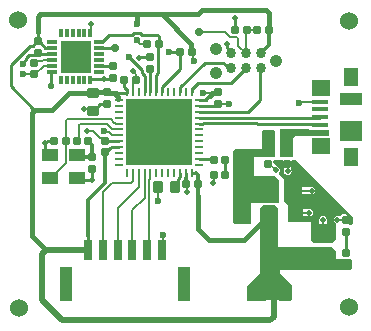
<source format=gbr>
%TF.GenerationSoftware,Altium Limited,Altium Designer,25.4.2 (15)*%
G04 Layer_Physical_Order=1*
G04 Layer_Color=255*
%FSLAX45Y45*%
%MOMM*%
%TF.SameCoordinates,67C836F6-C9C3-4B7B-B257-39D1A88473F1*%
%TF.FilePolarity,Positive*%
%TF.FileFunction,Copper,L1,Top,Signal*%
%TF.Part,Single*%
G01*
G75*
%TA.AperFunction,SMDPad,CuDef*%
%ADD10R,0.65000X1.70000*%
%ADD11R,1.00000X2.90000*%
%ADD12R,3.50000X1.25000*%
%ADD13R,1.25000X1.25000*%
%ADD14R,5.60000X5.60000*%
%ADD15O,0.25000X0.80000*%
%ADD16O,0.80000X0.25000*%
%TA.AperFunction,ConnectorPad*%
%ADD17R,1.38000X0.45000*%
%ADD18R,1.55000X1.42500*%
%ADD19R,1.90000X1.00000*%
%ADD20R,1.90000X1.80000*%
%ADD21R,1.30000X1.65000*%
%TA.AperFunction,SMDPad,CuDef*%
%ADD22R,2.60000X2.70000*%
%ADD23R,0.35000X0.80000*%
%ADD24R,0.85000X0.35000*%
G04:AMPARAMS|DCode=25|XSize=0.6mm|YSize=0.7mm|CornerRadius=0.075mm|HoleSize=0mm|Usage=FLASHONLY|Rotation=270.000|XOffset=0mm|YOffset=0mm|HoleType=Round|Shape=RoundedRectangle|*
%AMROUNDEDRECTD25*
21,1,0.60000,0.55000,0,0,270.0*
21,1,0.45000,0.70000,0,0,270.0*
1,1,0.15000,-0.27500,-0.22500*
1,1,0.15000,-0.27500,0.22500*
1,1,0.15000,0.27500,0.22500*
1,1,0.15000,0.27500,-0.22500*
%
%ADD25ROUNDEDRECTD25*%
G04:AMPARAMS|DCode=26|XSize=1.4mm|YSize=1.7mm|CornerRadius=0.175mm|HoleSize=0mm|Usage=FLASHONLY|Rotation=180.000|XOffset=0mm|YOffset=0mm|HoleType=Round|Shape=RoundedRectangle|*
%AMROUNDEDRECTD26*
21,1,1.40000,1.35000,0,0,180.0*
21,1,1.05000,1.70000,0,0,180.0*
1,1,0.35000,-0.52500,0.67500*
1,1,0.35000,0.52500,0.67500*
1,1,0.35000,0.52500,-0.67500*
1,1,0.35000,-0.52500,-0.67500*
%
%ADD26ROUNDEDRECTD26*%
G04:AMPARAMS|DCode=27|XSize=0.8mm|YSize=1mm|CornerRadius=0.1mm|HoleSize=0mm|Usage=FLASHONLY|Rotation=0.000|XOffset=0mm|YOffset=0mm|HoleType=Round|Shape=RoundedRectangle|*
%AMROUNDEDRECTD27*
21,1,0.80000,0.80000,0,0,0.0*
21,1,0.60000,1.00000,0,0,0.0*
1,1,0.20000,0.30000,-0.40000*
1,1,0.20000,-0.30000,-0.40000*
1,1,0.20000,-0.30000,0.40000*
1,1,0.20000,0.30000,0.40000*
%
%ADD27ROUNDEDRECTD27*%
G04:AMPARAMS|DCode=28|XSize=0.8mm|YSize=1mm|CornerRadius=0.1mm|HoleSize=0mm|Usage=FLASHONLY|Rotation=90.000|XOffset=0mm|YOffset=0mm|HoleType=Round|Shape=RoundedRectangle|*
%AMROUNDEDRECTD28*
21,1,0.80000,0.80000,0,0,90.0*
21,1,0.60000,1.00000,0,0,90.0*
1,1,0.20000,0.40000,0.30000*
1,1,0.20000,0.40000,-0.30000*
1,1,0.20000,-0.40000,-0.30000*
1,1,0.20000,-0.40000,0.30000*
%
%ADD28ROUNDEDRECTD28*%
G04:AMPARAMS|DCode=29|XSize=1.4mm|YSize=1.7mm|CornerRadius=0.175mm|HoleSize=0mm|Usage=FLASHONLY|Rotation=270.000|XOffset=0mm|YOffset=0mm|HoleType=Round|Shape=RoundedRectangle|*
%AMROUNDEDRECTD29*
21,1,1.40000,1.35000,0,0,270.0*
21,1,1.05000,1.70000,0,0,270.0*
1,1,0.35000,-0.67500,-0.52500*
1,1,0.35000,-0.67500,0.52500*
1,1,0.35000,0.67500,0.52500*
1,1,0.35000,0.67500,-0.52500*
%
%ADD29ROUNDEDRECTD29*%
G04:AMPARAMS|DCode=30|XSize=0.6mm|YSize=0.7mm|CornerRadius=0.075mm|HoleSize=0mm|Usage=FLASHONLY|Rotation=0.000|XOffset=0mm|YOffset=0mm|HoleType=Round|Shape=RoundedRectangle|*
%AMROUNDEDRECTD30*
21,1,0.60000,0.55000,0,0,0.0*
21,1,0.45000,0.70000,0,0,0.0*
1,1,0.15000,0.22500,-0.27500*
1,1,0.15000,-0.22500,-0.27500*
1,1,0.15000,-0.22500,0.27500*
1,1,0.15000,0.22500,0.27500*
%
%ADD30ROUNDEDRECTD30*%
%TA.AperFunction,BGAPad,CuDef*%
%ADD31C,0.86300*%
%TA.AperFunction,SMDPad,CuDef*%
G04:AMPARAMS|DCode=32|XSize=1.3mm|YSize=1.1mm|CornerRadius=0.055mm|HoleSize=0mm|Usage=FLASHONLY|Rotation=0.000|XOffset=0mm|YOffset=0mm|HoleType=Round|Shape=RoundedRectangle|*
%AMROUNDEDRECTD32*
21,1,1.30000,0.99000,0,0,0.0*
21,1,1.19000,1.10000,0,0,0.0*
1,1,0.11000,0.59500,-0.49500*
1,1,0.11000,-0.59500,-0.49500*
1,1,0.11000,-0.59500,0.49500*
1,1,0.11000,0.59500,0.49500*
%
%ADD32ROUNDEDRECTD32*%
%TA.AperFunction,Conductor*%
%ADD33C,0.40000*%
%ADD34C,0.20000*%
%ADD35C,0.25000*%
%ADD36C,0.50000*%
%ADD37C,0.30000*%
%ADD38C,0.26017*%
%TA.AperFunction,WasherPad*%
%ADD39C,1.52400*%
%TA.AperFunction,ComponentPad*%
%ADD40C,1.06700*%
%TA.AperFunction,ViaPad*%
%ADD41C,0.60000*%
%ADD42C,0.50000*%
%ADD43C,0.70000*%
%ADD44C,0.55000*%
G36*
X10920000Y7522500D02*
X11083000D01*
X11084560Y7520940D01*
Y7477760D01*
X11079300Y7472500D01*
X10920000D01*
Y7470140D01*
X10797540D01*
X10782300Y7454900D01*
Y7292340D01*
X10670540D01*
Y7528560D01*
X10920000D01*
Y7522500D01*
D02*
G37*
G36*
X11287500Y6787500D02*
Y6725000D01*
X11275000Y6712500D01*
X11252503D01*
X11247342Y6732500D01*
X11253431Y6736569D01*
X11260614Y6747319D01*
X11263136Y6760000D01*
X11260614Y6772681D01*
X11253431Y6783431D01*
X11238214Y6798648D01*
X11227464Y6805831D01*
X11214783Y6808353D01*
X11202102Y6805831D01*
X11191352Y6798648D01*
X11186511Y6791401D01*
X11160608D01*
X11156518Y6792215D01*
X11144812Y6789887D01*
X11134889Y6783256D01*
X11128258Y6773333D01*
X11125930Y6761627D01*
X11128258Y6749922D01*
X11134889Y6739998D01*
X11135702Y6739186D01*
X11135702Y6739185D01*
X11145626Y6732554D01*
X11148670Y6731949D01*
X11150000Y6712500D01*
X11150000Y6711292D01*
Y6597500D01*
X11117500Y6565000D01*
X10957500D01*
X10937500Y6585000D01*
Y6737500D01*
X10740000D01*
Y6887500D01*
X10707500Y6920000D01*
Y7100000D01*
X10670053Y7137446D01*
X10665899Y7146533D01*
X10665336Y7161419D01*
X10668259Y7165795D01*
X10670588Y7177500D01*
X10668259Y7189205D01*
X10661629Y7199129D01*
X10653674Y7204444D01*
X10610618Y7247500D01*
X10618902Y7267500D01*
X10695507D01*
X10706198Y7247500D01*
X10706041Y7247265D01*
X10703712Y7235560D01*
X10706041Y7223854D01*
X10706071Y7223809D01*
Y7171488D01*
X10706071Y7171486D01*
X10708399Y7159781D01*
X10715030Y7149857D01*
X10717389Y7147499D01*
X10727312Y7140868D01*
X10739018Y7138539D01*
X10750723Y7140868D01*
X10760646Y7147499D01*
X10767277Y7157422D01*
X10769606Y7169127D01*
X10767277Y7180833D01*
X10767246Y7180878D01*
Y7233201D01*
X10764918Y7244907D01*
X10763185Y7247500D01*
X10764326Y7252604D01*
X10772171Y7266754D01*
X10773039Y7267500D01*
X10807499D01*
X11287500Y6787500D01*
D02*
G37*
G36*
X10632440Y7505700D02*
Y7302500D01*
X10619740Y7289800D01*
X10452100D01*
Y7127240D01*
X10629900D01*
X10662920Y7094220D01*
Y6903720D01*
X10429240D01*
X10426700Y6906260D01*
Y6720840D01*
X10289540D01*
X10274300Y6736080D01*
Y7340600D01*
X10294620Y7358380D01*
X10520680D01*
Y7508240D01*
X10530840Y7518400D01*
X10619740D01*
X10632440Y7505700D01*
D02*
G37*
G36*
X10652760Y6860540D02*
Y6542540D01*
X10652759Y6535419D01*
X10662920Y6525259D01*
X10665460Y6527799D01*
X10669604Y6527800D01*
X11109960D01*
X11145520Y6492240D01*
Y6428740D01*
X11148060Y6426200D01*
X11269980D01*
X11285220Y6410960D01*
Y6350000D01*
X11272520Y6337300D01*
X10668000D01*
Y6306820D01*
X10769600Y6205220D01*
Y6080760D01*
X10751704Y6075680D01*
X10665882D01*
Y6103000D01*
X10662389Y6120558D01*
X10652443Y6135443D01*
X10614943Y6172943D01*
X10600058Y6182889D01*
X10582500Y6186382D01*
X10580000D01*
X10562442Y6182889D01*
X10547557Y6172943D01*
X10537611Y6158058D01*
X10534118Y6140500D01*
X10537611Y6122942D01*
X10547557Y6108057D01*
X10555091Y6103023D01*
X10562434Y6095680D01*
X10554149Y6075680D01*
X10393680D01*
Y6202680D01*
X10500360Y6309360D01*
Y6852920D01*
X10528300Y6880860D01*
X10632440D01*
X10652760Y6860540D01*
D02*
G37*
%LPC*%
G36*
X10794300Y7040588D02*
X10782595Y7038259D01*
X10772671Y7031629D01*
X10766041Y7021705D01*
X10763712Y7010000D01*
X10766041Y6998295D01*
X10772671Y6988371D01*
X10777671Y6983372D01*
X10777671Y6983371D01*
X10787595Y6976741D01*
X10799300Y6974412D01*
X10799301Y6974412D01*
X10940000D01*
X10951705Y6976741D01*
X10961629Y6983371D01*
X10968259Y6993295D01*
X10970588Y7005000D01*
X10968259Y7016705D01*
X10961629Y7026629D01*
X10951705Y7033259D01*
X10940000Y7035588D01*
X10810004D01*
X10806005Y7038259D01*
X10794300Y7040588D01*
D02*
G37*
G36*
X10828627Y6849715D02*
X10816922Y6847387D01*
X10806998Y6840756D01*
X10806998Y6840755D01*
X10796866Y6830623D01*
X10796819Y6830614D01*
X10786069Y6823431D01*
X10785569Y6822931D01*
X10778386Y6812181D01*
X10775864Y6799500D01*
X10778386Y6786819D01*
X10785569Y6776069D01*
X10796319Y6768886D01*
X10809000Y6766364D01*
X10821681Y6768886D01*
X10822003Y6769101D01*
X10822706Y6769241D01*
X10832629Y6775871D01*
X10839259Y6785794D01*
X10839329Y6786144D01*
X10840114Y6787319D01*
X10840123Y6787366D01*
X10841297Y6788540D01*
X10921518D01*
X10933223Y6790868D01*
X10943147Y6797498D01*
X10949777Y6807422D01*
X10952105Y6819127D01*
X10949777Y6830833D01*
X10943147Y6840756D01*
X10933223Y6847387D01*
X10921518Y6849715D01*
X10828629D01*
X10828627Y6849715D01*
D02*
G37*
G36*
X11036518Y6792215D02*
X11024812Y6789887D01*
X11014889Y6783256D01*
X11008258Y6773333D01*
X11005930Y6761627D01*
Y6657783D01*
X11005930Y6657782D01*
X11008258Y6646077D01*
X11014889Y6636153D01*
X11018371Y6632671D01*
X11028295Y6626041D01*
X11040000Y6623712D01*
X11051705Y6626041D01*
X11061629Y6632671D01*
X11068259Y6642595D01*
X11070588Y6654300D01*
X11068259Y6666005D01*
X11067105Y6667732D01*
Y6761627D01*
X11064777Y6773333D01*
X11058147Y6783256D01*
X11048223Y6789887D01*
X11036518Y6792215D01*
D02*
G37*
%LPD*%
D10*
X9047500Y6500000D02*
D03*
X9172500D02*
D03*
X9422500D02*
D03*
X9547500D02*
D03*
X9297500D02*
D03*
X9672500D02*
D03*
D11*
X8862500Y6220000D02*
D03*
X9857500D02*
D03*
D12*
X10580000Y6140500D02*
D03*
D13*
X10351000Y6799500D02*
D03*
X10580000D02*
D03*
X10809000D02*
D03*
D14*
X9650000Y7500000D02*
D03*
D15*
X9375000Y7840000D02*
D03*
X9425000D02*
D03*
X9475000D02*
D03*
X9525000D02*
D03*
X9575000D02*
D03*
X9625000D02*
D03*
X9675000D02*
D03*
X9725000D02*
D03*
X9775000D02*
D03*
X9825000D02*
D03*
X9875000D02*
D03*
X9925000D02*
D03*
Y7160000D02*
D03*
X9875000D02*
D03*
X9825000D02*
D03*
X9775000D02*
D03*
X9725000D02*
D03*
X9675000D02*
D03*
X9625000D02*
D03*
X9575000D02*
D03*
X9525000D02*
D03*
X9475000D02*
D03*
X9425000D02*
D03*
X9375000D02*
D03*
D16*
X9990000Y7775000D02*
D03*
Y7725000D02*
D03*
Y7675000D02*
D03*
Y7625000D02*
D03*
Y7575000D02*
D03*
Y7525000D02*
D03*
Y7475000D02*
D03*
Y7425000D02*
D03*
Y7375000D02*
D03*
Y7325000D02*
D03*
Y7275000D02*
D03*
Y7225000D02*
D03*
X9310000D02*
D03*
Y7275000D02*
D03*
Y7325000D02*
D03*
Y7375000D02*
D03*
Y7425000D02*
D03*
Y7475000D02*
D03*
Y7525000D02*
D03*
Y7575000D02*
D03*
Y7625000D02*
D03*
Y7675000D02*
D03*
Y7725000D02*
D03*
Y7775000D02*
D03*
D17*
X11009000Y7760000D02*
D03*
Y7695000D02*
D03*
Y7630000D02*
D03*
Y7565000D02*
D03*
Y7500000D02*
D03*
D18*
X11017500Y7878750D02*
D03*
Y7381250D02*
D03*
D19*
X11275000Y7785000D02*
D03*
D20*
Y7515000D02*
D03*
D21*
Y7967500D02*
D03*
Y7292500D02*
D03*
D22*
X8941680Y8139820D02*
D03*
D23*
X8816680Y7939820D02*
D03*
X8866680D02*
D03*
X8916680D02*
D03*
X8966680D02*
D03*
X9016680D02*
D03*
X9066680D02*
D03*
X8816680Y8339820D02*
D03*
X8866680D02*
D03*
X8916680D02*
D03*
X8966680D02*
D03*
X9016680D02*
D03*
X9066680D02*
D03*
D24*
X9139180Y8014820D02*
D03*
Y8064820D02*
D03*
Y8114820D02*
D03*
Y8164820D02*
D03*
Y8214820D02*
D03*
Y8264820D02*
D03*
X8744180Y8014820D02*
D03*
Y8064820D02*
D03*
Y8114820D02*
D03*
Y8164820D02*
D03*
Y8214820D02*
D03*
Y8264820D02*
D03*
D25*
X11230000Y6660000D02*
D03*
Y6760000D02*
D03*
X9210000Y7840000D02*
D03*
Y7740000D02*
D03*
X11230000Y6380000D02*
D03*
Y6480000D02*
D03*
X10574300Y7335560D02*
D03*
Y7235560D02*
D03*
X10734300Y7335560D02*
D03*
Y7235560D02*
D03*
X9261680Y8059820D02*
D03*
Y7959820D02*
D03*
X8620760Y8271980D02*
D03*
Y8171980D02*
D03*
X8590000Y8090000D02*
D03*
Y7990000D02*
D03*
X9080000Y7190000D02*
D03*
Y7290000D02*
D03*
X9570000Y8040000D02*
D03*
Y8140000D02*
D03*
X9190000Y7330000D02*
D03*
Y7430000D02*
D03*
X10150000Y7840000D02*
D03*
Y7740000D02*
D03*
D26*
X10794300Y7010000D02*
D03*
X10565700D02*
D03*
D27*
X9635000Y7040000D02*
D03*
X9785000D02*
D03*
X10579300Y7445560D02*
D03*
X10729300D02*
D03*
D28*
X9090000Y7685000D02*
D03*
Y7835000D02*
D03*
D29*
X11040000Y6654300D02*
D03*
Y6425700D02*
D03*
D30*
X9650000Y8250000D02*
D03*
X9550000D02*
D03*
X9828060Y8176260D02*
D03*
X9928060D02*
D03*
X10210000Y7140000D02*
D03*
X10110000D02*
D03*
X10210000Y7270000D02*
D03*
X10110000D02*
D03*
X8760000Y7430000D02*
D03*
X8860000D02*
D03*
X10580000Y8370000D02*
D03*
X10480000D02*
D03*
X9050000Y7430000D02*
D03*
X8950000D02*
D03*
X10390000Y8370000D02*
D03*
X10290000D02*
D03*
X9980000Y7060000D02*
D03*
X9880000D02*
D03*
X9350000Y7940000D02*
D03*
X9450000D02*
D03*
D31*
X10256000Y8043000D02*
D03*
X10383000D02*
D03*
X10510000D02*
D03*
X10256000Y8170000D02*
D03*
X10383000D02*
D03*
X10510000D02*
D03*
D32*
X8955000Y7115000D02*
D03*
Y7305000D02*
D03*
X8725000Y7115000D02*
D03*
Y7305000D02*
D03*
D33*
X10370500Y6590000D02*
X10580000Y6799500D01*
X10070000Y6590000D02*
X10370500D01*
X9460000Y8420000D02*
Y8500000D01*
X9670000D01*
X10580000Y8370000D02*
Y8511568D01*
X10556569Y8535000D02*
X10580000Y8511568D01*
X10010962Y8535000D02*
X10556569D01*
X9975962Y8500000D02*
X10010962Y8535000D01*
X9670000Y8500000D02*
X9975962D01*
X9920000Y8184320D02*
X9928060Y8176260D01*
X9920000Y8184320D02*
Y8250000D01*
X9670000Y8500000D02*
X9920000Y8250000D01*
X8643432Y8500000D02*
X9460000D01*
X8620000Y8476569D02*
X8643432Y8500000D01*
X8620000Y8350000D02*
Y8476569D01*
X8570000Y6619290D02*
X8689289Y6500000D01*
X8570000Y6619290D02*
Y7666569D01*
X8593431Y7690000D01*
X8742500D01*
X8887500Y7835000D01*
X9090000D01*
X9980000Y6680000D02*
X10070000Y6590000D01*
X9980000Y6680000D02*
Y6960000D01*
X9090000Y7835000D02*
X9092500Y7837500D01*
X9207500D01*
X9210000Y7840000D01*
X9301480Y7782500D02*
Y7797800D01*
X9280340Y7818940D02*
X9301480Y7797800D01*
X9280340Y7818940D02*
Y7830000D01*
X9220000D02*
X9280340D01*
X9210000Y7840000D02*
X9220000Y7830000D01*
X10140000D02*
X10150000Y7840000D01*
X10080000Y7810000D02*
X10100000Y7830000D01*
X10140000D01*
D34*
X10146250Y7836250D02*
X10150000Y7840000D01*
X10021250Y7836250D02*
X10146250D01*
X10017500Y7832500D02*
X10021250Y7836250D01*
X9937346Y8115153D02*
X9945000Y8107500D01*
X9937346Y8115153D02*
Y8166974D01*
X9928060Y8176260D02*
X9937346Y8166974D01*
X9009018Y7694127D02*
X9080873D01*
X9090000Y7685000D01*
X10109018Y7071627D02*
X10109509Y7072118D01*
Y7139509D01*
X10110000Y7140000D01*
X9880759Y6992386D02*
X9881518Y6991627D01*
X9880759Y6992386D02*
Y7059241D01*
X9880000Y7060000D02*
X9880759Y7059241D01*
X11214783Y6770597D02*
Y6775217D01*
X11205000Y6760814D02*
X11214783Y6770597D01*
X11157331Y6760814D02*
X11205000D01*
X11156518Y6761627D02*
X11157331Y6760814D01*
X11036518Y6657782D02*
X11040000Y6654300D01*
X11036518Y6657782D02*
Y6761627D01*
X10809000Y6799500D02*
X10828627Y6819127D01*
X10921518D01*
X10799300Y7005000D02*
X10940000D01*
X10794300Y7010000D02*
X10799300Y7005000D01*
X10736659Y7171486D02*
X10739018Y7169127D01*
X10736659Y7171486D02*
Y7233201D01*
X10734300Y7235560D02*
X10736659Y7233201D01*
X10637360Y7177500D02*
X10640000D01*
X10579300Y7235560D02*
X10637360Y7177500D01*
X9037500Y7515000D02*
X9043240Y7509260D01*
X9091358D01*
X9150618Y7450000D01*
X9170000D01*
X9190000Y7430000D01*
X9184748Y7510000D02*
X9192402Y7502347D01*
X9220686D02*
X9248032Y7475000D01*
X9192402Y7502347D02*
X9220686D01*
X9248032Y7475000D02*
X9310000D01*
X9209601Y7570000D02*
X9253644Y7525957D01*
X8860000Y7598284D02*
X8871716Y7610000D01*
X9237396D02*
X9264896Y7582500D01*
X8981716Y7570000D02*
X9209601D01*
X8871716Y7610000D02*
X9237396D01*
X8970000Y7558284D02*
X8981716Y7570000D01*
X10794300Y7010000D02*
X10796800Y7007500D01*
X8492500Y7995000D02*
X8495000Y7992500D01*
X8587500D01*
X8590000Y7990000D01*
X10809000Y6799500D02*
X10811000Y6797500D01*
X9680000Y6507500D02*
Y6630000D01*
X9672500Y6500000D02*
X9680000Y6507500D01*
X9640000Y6920000D02*
Y7035000D01*
X9635000Y7040000D02*
X9640000Y7035000D01*
X10150000Y7740000D02*
X10240000D01*
X10574300Y7235560D02*
X10579300D01*
X10830000Y7750000D02*
X10835000Y7755000D01*
X11004000D01*
X11009000Y7760000D01*
X9425000Y7840000D02*
Y7868853D01*
X9431147Y7875000D01*
Y7921147D01*
X9450000Y7940000D01*
X9430000Y8014426D02*
Y8020000D01*
Y8014426D02*
X9450000Y7994426D01*
Y7940000D02*
Y7994426D01*
X9066680Y8339820D02*
X9067892Y8341032D01*
Y8420194D01*
X9069104Y8421406D01*
X9490193Y8250000D02*
X9550000D01*
X9460193Y8280000D02*
X9490193Y8250000D01*
X9460000Y8280000D02*
X9460193D01*
X9990000Y8350000D02*
X10206967D01*
X10251967Y8305000D02*
X10306200D01*
X10206967Y8350000D02*
X10251967Y8305000D01*
X10306200D02*
X10318100Y8293100D01*
X8669820Y8064820D02*
X8744180D01*
X8595000Y7990000D02*
X8669820Y8064820D01*
X8590000Y8090000D02*
X8603188Y8103188D01*
X8655000D01*
X8666633Y8114820D01*
X8744180D01*
X10318100Y8234900D02*
X10383000Y8170000D01*
X10318100Y8234900D02*
Y8293100D01*
X8860000Y7430000D02*
X8860000Y7430000D01*
Y7598284D01*
X10383000Y8170000D02*
X10386500Y8173500D01*
Y8366500D01*
X10390000Y8370000D01*
X10480000D01*
X9547500Y6500000D02*
X9565000Y6517500D01*
Y7096568D01*
X9574043Y7105612D01*
Y7159044D01*
X9575000Y7160000D01*
X9420000Y6502500D02*
X9422500Y6500000D01*
X9420000Y6502500D02*
Y6840000D01*
X9525000Y6945000D01*
Y7160000D01*
X9297500Y6500000D02*
Y6857500D01*
X9475000Y7035000D01*
Y7160000D01*
X9297500Y6500000D02*
X9300000Y6502500D01*
X9425000Y7086716D02*
Y7160000D01*
X9250000Y7070000D02*
X9408284D01*
X9425000Y7086716D01*
X9172500Y6992500D02*
X9250000Y7070000D01*
X9172500Y6500000D02*
Y6992500D01*
X8970000Y7430000D02*
Y7558284D01*
X9264896Y7582500D02*
X9273647D01*
X9281147Y7575000D02*
X9310000D01*
X9273647Y7582500D02*
X9281147Y7575000D01*
X9253644Y7525957D02*
X9309043D01*
X9310000Y7525000D01*
X8725000Y7115000D02*
X8735000D01*
X8860000Y7240000D01*
Y7430000D01*
D35*
X9925000Y7840000D02*
Y7867500D01*
X9976550Y7919050D01*
X10259050D01*
X9732812Y8176728D02*
X9827592D01*
X9828060Y8176260D01*
X9732344Y8177196D02*
X9732812Y8176728D01*
X8392500Y7890931D02*
Y8069761D01*
X8557219Y8234480D01*
X8495000Y8089471D02*
X8522500Y8116971D01*
Y8129068D02*
X8548260Y8154828D01*
X8495000Y8080000D02*
Y8089471D01*
X8522500Y8116971D02*
Y8129068D01*
X9183551Y7959820D02*
X9189308Y7954063D01*
X9071680Y7949280D02*
X9183551D01*
X9390000Y8140000D02*
X9392035D01*
X9502500Y8029535D01*
X9255924Y7954063D02*
X9261680Y7959820D01*
X9189308Y7954063D02*
X9255924D01*
X9484112Y8136413D02*
X9566413D01*
X9066680Y7944280D02*
X9071680Y7949280D01*
X9480525Y8132827D02*
X9484112Y8136413D01*
X9566413D02*
X9570000Y8140000D01*
X9066680Y7939820D02*
Y7944280D01*
X9502500Y8000932D02*
Y8029535D01*
X9525000Y7840000D02*
Y7978431D01*
X9502500Y8000932D02*
X9525000Y7978431D01*
X9504808Y8323580D02*
X9635355D01*
X9415192D02*
X9434112Y8342500D01*
X9485888D02*
X9504808Y8323580D01*
X9222940D02*
X9415192D01*
X9434112Y8342500D02*
X9485888D01*
X9164180Y8264820D02*
X9222940Y8323580D01*
X9635355D02*
X9650000Y8308935D01*
X9139180Y8214820D02*
X9275180D01*
X8620000Y8350000D02*
X8620760Y8349240D01*
Y8271980D02*
Y8349240D01*
X9139180Y8264820D02*
X9164180D01*
X10220000Y8250000D02*
X10224783Y8245217D01*
Y8217804D02*
Y8245217D01*
Y8217804D02*
X10256000Y8186588D01*
Y8170000D02*
Y8186588D01*
X10290000Y8370000D02*
Y8470000D01*
X11214783Y6775217D02*
X11230000Y6760000D01*
X10809000Y6799500D02*
X10809500Y6800000D01*
X8548260Y8154828D02*
X8603608D01*
X8620760Y8171980D01*
X8557219Y8234480D02*
X8578260D01*
X8615760Y8271980D01*
X8620760D02*
X8638260Y8254480D01*
X8615760Y8271980D02*
X8620760D01*
X8392500Y7890931D02*
X8593431Y7690000D01*
X9375000Y7840000D02*
Y7867500D01*
X9364645D02*
X9375000D01*
X9350000Y7882145D02*
X9364645Y7867500D01*
X9350000Y7882145D02*
Y7940000D01*
X9375000Y7830000D02*
Y7840000D01*
X9280340Y7830000D02*
X9375000D01*
X8680000Y7347500D02*
Y7410000D01*
Y7347500D02*
X8722500Y7305000D01*
X8725000D01*
X8680000Y7410000D02*
X8686193D01*
X8706193Y7430000D01*
X8760000D01*
X8955000Y7115000D02*
X8970000Y7100000D01*
X9080000D01*
Y7190000D01*
X11230000Y6480000D02*
Y6660000D01*
X9785000Y7040000D02*
X9812500Y7067500D01*
Y7106361D01*
X9825000Y7118861D01*
Y7160000D01*
X10034610Y8090750D02*
X10191662D01*
X9825000Y7881140D02*
X10034610Y8090750D01*
X10191662D02*
X10239412Y8043000D01*
X9675000Y7884792D02*
X9828060Y8037852D01*
X9047379Y6622843D02*
X9047500Y6622722D01*
Y6500000D02*
Y6622722D01*
X8734980Y8014820D02*
X8744180D01*
X8729980Y8009820D02*
X8734980Y8014820D01*
X8729980Y7891780D02*
Y8009820D01*
X9640000Y7998639D02*
Y8240000D01*
X9828060Y8037852D02*
Y8176260D01*
X9650000Y8250000D02*
Y8308935D01*
X9640000Y8240000D02*
X9650000Y8250000D01*
X9625000Y7983639D02*
X9640000Y7998639D01*
X9675000Y7840000D02*
Y7884792D01*
X8620760Y8171980D02*
X8627920Y8164820D01*
X8744180D01*
X8638260Y8254480D02*
X8644828D01*
X8684489Y8214820D01*
X8744180D01*
X8744180Y8214820D01*
X9100000Y7685000D02*
X9127500Y7712500D01*
Y7722500D01*
X9145000Y7740000D01*
X9210000D01*
X9139180Y8064820D02*
X9139180Y8064820D01*
X9195142D01*
X9200142Y8059820D01*
X9261680D01*
X10210000Y7140000D02*
Y7270000D01*
X10105000Y7275000D02*
X10110000Y7270000D01*
X9990000Y7275000D02*
X10105000D01*
X9570000Y8040000D02*
X9575000Y8035000D01*
Y7840000D02*
Y8035000D01*
X9625000Y7840000D02*
Y7983639D01*
X10239412Y8043000D02*
X10256000D01*
X9825000Y7840000D02*
Y7881140D01*
X10259050Y7919050D02*
X10383000Y8043000D01*
X10500000Y8033000D02*
X10510000Y8043000D01*
X10500000Y7770000D02*
Y8033000D01*
X10405000Y7675000D02*
X10500000Y7770000D01*
X9990000Y7675000D02*
X10405000D01*
X9990000Y7725000D02*
X10135000D01*
X10150000Y7740000D01*
X9990000Y7775000D02*
X10045000D01*
X10050000Y7780000D01*
X9190000Y7430000D02*
X9195000Y7425000D01*
X9310000D01*
X9245000Y7375000D02*
X9310000D01*
X9237500Y7367500D02*
X9245000Y7375000D01*
X9232500Y7367500D02*
X9237500D01*
X9195000Y7330000D02*
X9232500Y7367500D01*
X9875000Y7115000D02*
X9880000Y7110000D01*
X9875000Y7115000D02*
Y7160000D01*
X9925000Y7160000D02*
X9960000D01*
X9925000D02*
Y7160000D01*
D36*
X8689289Y6500000D02*
X9047500D01*
X8660000Y6470710D02*
X8689289Y6500000D01*
X8660000Y6080000D02*
Y6470710D01*
Y6080000D02*
X8830000Y5910000D01*
X10590711D01*
X10620000Y5939290D01*
Y6103000D01*
X10582500Y6140500D02*
X10620000Y6103000D01*
X10580000Y6140500D02*
X10582500D01*
D37*
X9980000Y6960000D02*
Y7060000D01*
X10510000Y8170000D02*
X10580000Y8240000D01*
Y8370000D01*
X9050000Y7425000D02*
Y7430000D01*
Y7425000D02*
X9080000Y7395000D01*
Y7290000D02*
Y7395000D01*
X8955000Y7305000D02*
X8970000Y7290000D01*
X9080000D01*
X9180000Y7330000D02*
X9190000Y7320000D01*
Y7073639D02*
Y7320000D01*
X9047379Y6931019D02*
X9190000Y7073639D01*
X9047379Y6622843D02*
Y6931019D01*
X10050000Y7780000D02*
X10080000Y7810000D01*
X9880000Y7060000D02*
Y7110000D01*
X9980000Y7060000D02*
Y7140000D01*
X9960000Y7160000D02*
X9980000Y7140000D01*
D38*
X10018314Y7623169D02*
X10493503D01*
X10016483Y7625000D02*
X10018314Y7623169D01*
X10016483Y7575000D02*
X10018314Y7576832D01*
X10474309D01*
X9990000Y7575000D02*
X10016483D01*
X10999668Y7574332D02*
X11009000Y7565000D01*
X10476809Y7574332D02*
X10999668D01*
X10474309Y7576832D02*
X10476809Y7574332D01*
X9990000Y7625000D02*
X10016483D01*
X10496003Y7620669D02*
X10999669D01*
X10493503Y7623169D02*
X10496003Y7620669D01*
X10999669D02*
X11009000Y7630000D01*
D39*
X8452500Y8450000D02*
D03*
X11257500Y6025000D02*
D03*
X11255000Y8445000D02*
D03*
X8465000Y6012500D02*
D03*
D40*
X10129000Y8208100D02*
D03*
Y8004900D02*
D03*
X10637000Y8106500D02*
D03*
D41*
X10017500Y7832500D02*
D03*
X9945000Y8107500D02*
D03*
X9732344Y8177196D02*
D03*
X9184748Y7510000D02*
D03*
X8495000Y8080000D02*
D03*
X8492500Y7995000D02*
D03*
X9680000Y6630000D02*
D03*
X9640000Y6920000D02*
D03*
X10240000Y7740000D02*
D03*
X10830000Y7750000D02*
D03*
X9390000Y8140000D02*
D03*
X9460000Y8280000D02*
D03*
Y8420000D02*
D03*
D42*
X9009018Y7694127D02*
D03*
X9037500Y7515000D02*
D03*
X10109018Y7071627D02*
D03*
X9881518Y6991627D02*
D03*
X10640000Y7177500D02*
D03*
X10739018Y7169127D02*
D03*
X11156518Y6761627D02*
D03*
X11036518D02*
D03*
X10921518Y6819127D02*
D03*
X10940000Y7005000D02*
D03*
X9430000Y8020000D02*
D03*
X9480525Y8132827D02*
D03*
X9183551Y7949280D02*
D03*
X10220000Y8250000D02*
D03*
X9080000Y7100000D02*
D03*
X8680000Y7410000D02*
D03*
X10290000Y8470000D02*
D03*
X9069104Y8421406D02*
D03*
X9870000Y7280000D02*
D03*
X9760000D02*
D03*
X9650000D02*
D03*
X9540000D02*
D03*
X9430000D02*
D03*
X9870000Y7390000D02*
D03*
X9760000D02*
D03*
X9650000D02*
D03*
X9540000D02*
D03*
X9430000D02*
D03*
X9870000Y7500000D02*
D03*
X9760000D02*
D03*
X9650000D02*
D03*
X9540000D02*
D03*
X9430000D02*
D03*
X9870000Y7610000D02*
D03*
X9760000D02*
D03*
X9650000D02*
D03*
X9540000D02*
D03*
X9430000D02*
D03*
X9870000Y7720000D02*
D03*
X9760000D02*
D03*
X9650000D02*
D03*
X9540000D02*
D03*
X9430000D02*
D03*
X8996680Y8194820D02*
D03*
Y8084820D02*
D03*
X8886680D02*
D03*
Y8194820D02*
D03*
D43*
X9275180Y8214820D02*
D03*
X9990000Y8350000D02*
D03*
D44*
X8729980Y7891780D02*
D03*
%TF.MD5,8fbe0ed7ca7b590dcb6026130c546719*%
M02*

</source>
